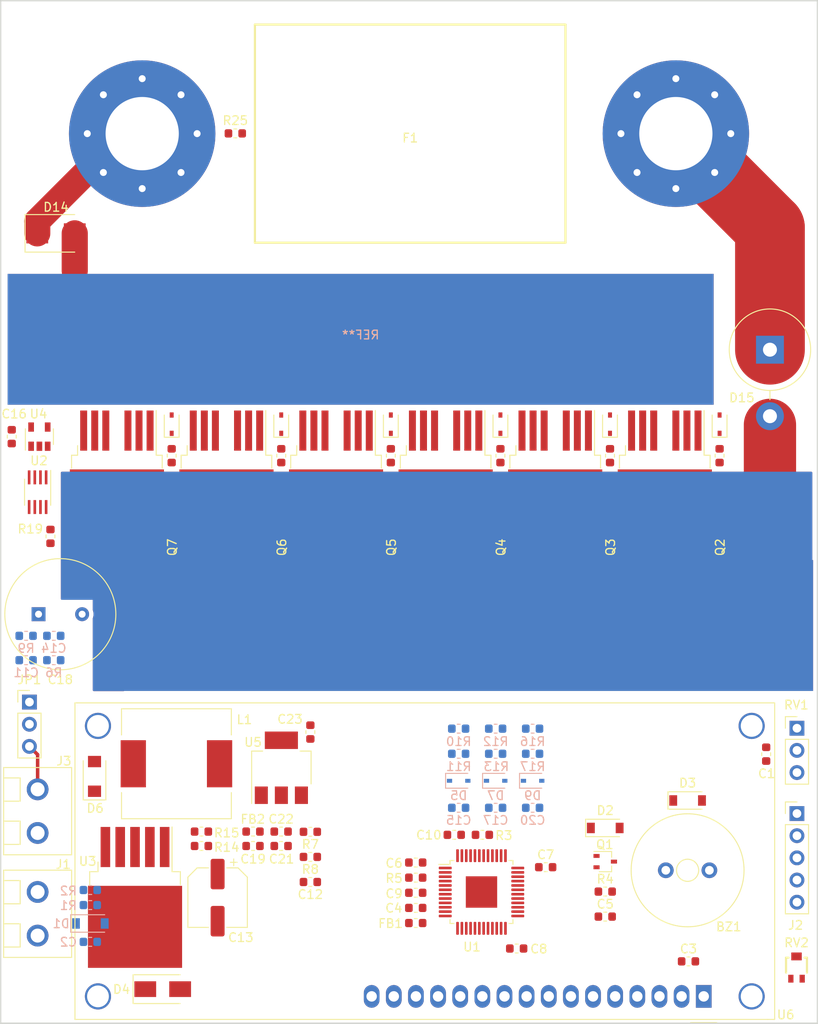
<source format=kicad_pcb>
(kicad_pcb (version 20171130) (host pcbnew "(5.1.5)-3")
  (layers (0 F.Cu signal) (31 B.Cu signal) (34 B.Paste user) (35 F.Paste user hide) (36 B.SilkS user) (37 F.SilkS user) (38 B.Mask user) (39 F.Mask user) (44 Edge.Cuts user))
  (net 0 "")
  (net 1 "Net-(BZ1-Pad2)")
  (net 2 +3V3)
  (net 3 /DIAL)
  (net 4 /TRIGGER)
  (net 5 /VDDA)
  (net 6 /BUZZER)
  (net 7 "Net-(C5-Pad1)")
  (net 8 /NRST)
  (net 9 "Net-(C11-Pad2)")
  (net 10 "Net-(C11-Pad1)")
  (net 11 /+10VS)
  (net 12 "Net-(C13-Pad1)")
  (net 13 /VBAT+S)
  (net 14 /OUT+S)
  (net 15 "Net-(C18-Pad1)")
  (net 16 /OUT-S)
  (net 17 +10V)
  (net 18 VIN+)
  (net 19 "Net-(D6-Pad2)")
  (net 20 "Net-(D8-Pad1)")
  (net 21 "Net-(D10-Pad1)")
  (net 22 "Net-(D11-Pad1)")
  (net 23 "Net-(D12-Pad1)")
  (net 24 "Net-(D13-Pad1)")
  (net 25 VBAT+)
  (net 26 OUT-)
  (net 27 OUT+)
  (net 28 "Net-(D16-Pad1)")
  (net 29 "Net-(J1-Pad1)")
  (net 30 /SWDIO)
  (net 31 /SWDCLK)
  (net 32 VEXT+)
  (net 33 VBAT-)
  (net 34 "Net-(R3-Pad2)")
  (net 35 /SW_OFF)
  (net 36 "Net-(R14-Pad1)")
  (net 37 "Net-(R18-Pad1)")
  (net 38 "Net-(RV2-Pad2)")
  (net 39 /SW_ON)
  (net 40 /LED_RS)
  (net 41 "Net-(U1-Pad40)")
  (net 42 "Net-(U1-Pad39)")
  (net 43 "Net-(U1-Pad38)")
  (net 44 /LED_D7)
  (net 45 /LED_D6)
  (net 46 /LED_D5)
  (net 47 /LED_D4)
  (net 48 /LED_D3)
  (net 49 "Net-(U1-Pad28)")
  (net 50 "Net-(U1-Pad27)")
  (net 51 "Net-(U1-Pad26)")
  (net 52 "Net-(U1-Pad25)")
  (net 53 "Net-(U1-Pad22)")
  (net 54 "Net-(U1-Pad21)")
  (net 55 "Net-(U1-Pad20)")
  (net 56 /LED_RW)
  (net 57 /LED_E)
  (net 58 /LED_D2)
  (net 59 /LED_D1)
  (net 60 /LED_D0)
  (net 61 "Net-(U1-Pad6)")
  (net 62 "Net-(U1-Pad5)")
  (net 63 "Net-(U1-Pad4)")
  (net 64 "Net-(U1-Pad3)")
  (net 65 "Net-(U1-Pad2)")
  (net 66 "Net-(U2-Pad5)")
  (net 67 "Net-(U4-Pad3)")
  (module spot_welder:BUS_BAR_BOTTOM (layer B.Cu) (at 99.2254 122.4154)
    (fp_text reference REF** hide)
    (fp_text value BUS_BAR_BOTTOM)
    (pad 1 smd rect (at 2.5 0) (size 79.5 15) (layers B.Cu B.Paste B.Mask) (net 26 OUT-))
  )
  (module spot_welder:BUS_BAR_TOP (layer B.Cu) (at 89.5604 89.6112)
    (fp_text reference REF** (at 0 -0.5) (layer B.SilkS) (effects (justify mirror)))
    (fp_text value BUS_BAR)
    (pad 1 smd rect (at 0 0) (size 81 15) (layers B.Cu B.Paste B.Mask) (net 33 VBAT-))
  )
  (module spot_welder:RC1602A (layer F.Cu) (at 128.9264 164.9222 180)
    (fp_text reference U6 (at -9.402 -2.1082) (layer F.SilkS))
    (fp_text value RC1602A)
    (pad "" thru_hole circle (at 69.5 0 180) (size 3 3) (drill 2.5) (layers *.Cu *.Mask))
    (pad 15 thru_hole oval (at 35.56 0 180) (size 1.8 2.6) (drill 1.2) (layers *.Cu *.Mask) (net 33 VBAT-))
    (pad 11 thru_hole oval (at 25.4 0 180) (size 1.8 2.6) (drill 1.2) (layers *.Cu *.Mask) (net 47 /LED_D4))
    (pad 10 thru_hole oval (at 22.86 0 180) (size 1.8 2.6) (drill 1.2) (layers *.Cu *.Mask) (net 48 /LED_D3))
    (pad 4 thru_hole oval (at 7.62 0 180) (size 1.8 2.6) (drill 1.2) (layers *.Cu *.Mask) (net 57 /LED_E))
    (pad 1 thru_hole rect (at 0 0 180) (size 1.8 2.6) (drill 1.2) (layers *.Cu *.Mask) (net 33 VBAT-))
    (pad 14 thru_hole oval (at 33.02 0 180) (size 1.8 2.6) (drill 1.2) (layers *.Cu *.Mask) (net 44 /LED_D7))
    (pad 7 thru_hole oval (at 15.24 0 180) (size 1.8 2.6) (drill 1.2) (layers *.Cu *.Mask) (net 60 /LED_D0))
    (pad "" thru_hole circle (at 69.49948 31.0007 180) (size 3 3) (drill 2.5) (layers *.Cu *.Mask))
    (pad "" thru_hole circle (at -5.4991 0 180) (size 3 3) (drill 2.5) (layers *.Cu *.Mask))
    (pad 6 thru_hole oval (at 12.7 0 180) (size 1.8 2.6) (drill 1.2) (layers *.Cu *.Mask) (net 40 /LED_RS))
    (pad 12 thru_hole oval (at 27.94 0 180) (size 1.8 2.6) (drill 1.2) (layers *.Cu *.Mask) (net 46 /LED_D5))
    (pad 13 thru_hole oval (at 30.48 0 180) (size 1.8 2.6) (drill 1.2) (layers *.Cu *.Mask) (net 45 /LED_D6))
    (pad 3 thru_hole oval (at 5.08 0 180) (size 1.8 2.6) (drill 1.2) (layers *.Cu *.Mask) (net 38 "Net-(RV2-Pad2)"))
    (pad 2 thru_hole oval (at 2.54 0 180) (size 1.8 2.6) (drill 1.2) (layers *.Cu *.Mask) (net 2 +3V3))
    (pad 9 thru_hole oval (at 20.32 0 180) (size 1.8 2.6) (drill 1.2) (layers *.Cu *.Mask) (net 58 /LED_D2))
    (pad 8 thru_hole oval (at 17.78 0 180) (size 1.8 2.6) (drill 1.2) (layers *.Cu *.Mask) (net 59 /LED_D1))
    (pad 16 thru_hole oval (at 38.1 0 180) (size 1.8 2.6) (drill 1.2) (layers *.Cu *.Mask) (net 2 +3V3))
    (pad "" thru_hole circle (at -5.4991 31.0007 180) (size 3 3) (drill 2.5) (layers *.Cu *.Mask))
    (pad 5 thru_hole oval (at 10.16 0 180) (size 1.8 2.6) (drill 1.2) (layers *.Cu *.Mask) (net 56 /LED_RW))
  )
  (module Package_QFP:LQFP-48-1EP_7x7mm_P0.5mm_EP3.6x3.6mm (layer F.Cu) (at 103.4288 152.9588)
    (fp_text reference U1 (at -1.0922 6.2992) (layer F.SilkS))
    (fp_text value STM32F103C8Tx)
    (pad 49 smd rect (at 0 0) (size 3.6 3.6) (layers F.Cu F.Mask))
    (pad 48 smd roundrect (at -2.75 -4.1625) (size 0.3 1.475) (layers F.Cu F.Paste F.Mask) (net 2 +3V3))
    (pad 47 smd roundrect (at -2.25 -4.1625) (size 0.3 1.475) (layers F.Cu F.Paste F.Mask) (net 33 VBAT-))
    (pad 46 smd roundrect (at -1.75 -4.1625) (size 0.3 1.475) (layers F.Cu F.Paste F.Mask) (net 6 /BUZZER))
    (pad 45 smd roundrect (at -1.25 -4.1625) (size 0.3 1.475) (layers F.Cu F.Paste F.Mask) (net 4 /TRIGGER))
    (pad 44 smd roundrect (at -0.75 -4.1625) (size 0.3 1.475) (layers F.Cu F.Paste F.Mask) (net 34 "Net-(R3-Pad2)"))
    (pad 43 smd roundrect (at -0.25 -4.1625) (size 0.3 1.475) (layers F.Cu F.Paste F.Mask) (net 39 /SW_ON))
    (pad 42 smd roundrect (at 0.25 -4.1625) (size 0.3 1.475) (layers F.Cu F.Paste F.Mask) (net 35 /SW_OFF))
    (pad 41 smd roundrect (at 0.75 -4.1625) (size 0.3 1.475) (layers F.Cu F.Paste F.Mask) (net 40 /LED_RS))
    (pad 40 smd roundrect (at 1.25 -4.1625) (size 0.3 1.475) (layers F.Cu F.Paste F.Mask) (net 41 "Net-(U1-Pad40)"))
    (pad 39 smd roundrect (at 1.75 -4.1625) (size 0.3 1.475) (layers F.Cu F.Paste F.Mask) (net 42 "Net-(U1-Pad39)"))
    (pad 38 smd roundrect (at 2.25 -4.1625) (size 0.3 1.475) (layers F.Cu F.Paste F.Mask) (net 43 "Net-(U1-Pad38)"))
    (pad 37 smd roundrect (at 2.75 -4.1625) (size 0.3 1.475) (layers F.Cu F.Paste F.Mask) (net 31 /SWDCLK))
    (pad 36 smd roundrect (at 4.1625 -2.75) (size 1.475 0.3) (layers F.Cu F.Paste F.Mask) (net 2 +3V3))
    (pad 35 smd roundrect (at 4.1625 -2.25) (size 1.475 0.3) (layers F.Cu F.Paste F.Mask) (net 33 VBAT-))
    (pad 34 smd roundrect (at 4.1625 -1.75) (size 1.475 0.3) (layers F.Cu F.Paste F.Mask) (net 30 /SWDIO))
    (pad 33 smd roundrect (at 4.1625 -1.25) (size 1.475 0.3) (layers F.Cu F.Paste F.Mask) (net 44 /LED_D7))
    (pad 32 smd roundrect (at 4.1625 -0.75) (size 1.475 0.3) (layers F.Cu F.Paste F.Mask) (net 45 /LED_D6))
    (pad 31 smd roundrect (at 4.1625 -0.25) (size 1.475 0.3) (layers F.Cu F.Paste F.Mask) (net 46 /LED_D5))
    (pad 30 smd roundrect (at 4.1625 0.25) (size 1.475 0.3) (layers F.Cu F.Paste F.Mask) (net 47 /LED_D4))
    (pad 29 smd roundrect (at 4.1625 0.75) (size 1.475 0.3) (layers F.Cu F.Paste F.Mask) (net 48 /LED_D3))
    (pad 28 smd roundrect (at 4.1625 1.25) (size 1.475 0.3) (layers F.Cu F.Paste F.Mask) (net 49 "Net-(U1-Pad28)"))
    (pad 27 smd roundrect (at 4.1625 1.75) (size 1.475 0.3) (layers F.Cu F.Paste F.Mask) (net 50 "Net-(U1-Pad27)"))
    (pad 26 smd roundrect (at 4.1625 2.25) (size 1.475 0.3) (layers F.Cu F.Paste F.Mask) (net 51 "Net-(U1-Pad26)"))
    (pad 25 smd roundrect (at 4.1625 2.75) (size 1.475 0.3) (layers F.Cu F.Paste F.Mask) (net 52 "Net-(U1-Pad25)"))
    (pad 24 smd roundrect (at 2.75 4.1625) (size 0.3 1.475) (layers F.Cu F.Paste F.Mask) (net 2 +3V3))
    (pad 23 smd roundrect (at 2.25 4.1625) (size 0.3 1.475) (layers F.Cu F.Paste F.Mask) (net 33 VBAT-))
    (pad 22 smd roundrect (at 1.75 4.1625) (size 0.3 1.475) (layers F.Cu F.Paste F.Mask) (net 53 "Net-(U1-Pad22)"))
    (pad 21 smd roundrect (at 1.25 4.1625) (size 0.3 1.475) (layers F.Cu F.Paste F.Mask) (net 54 "Net-(U1-Pad21)"))
    (pad 20 smd roundrect (at 0.75 4.1625) (size 0.3 1.475) (layers F.Cu F.Paste F.Mask) (net 55 "Net-(U1-Pad20)"))
    (pad 19 smd roundrect (at 0.25 4.1625) (size 0.3 1.475) (layers F.Cu F.Paste F.Mask) (net 56 /LED_RW))
    (pad 18 smd roundrect (at -0.25 4.1625) (size 0.3 1.475) (layers F.Cu F.Paste F.Mask) (net 57 /LED_E))
    (pad 17 smd roundrect (at -0.75 4.1625) (size 0.3 1.475) (layers F.Cu F.Paste F.Mask) (net 58 /LED_D2))
    (pad 16 smd roundrect (at -1.25 4.1625) (size 0.3 1.475) (layers F.Cu F.Paste F.Mask) (net 59 /LED_D1))
    (pad 15 smd roundrect (at -1.75 4.1625) (size 0.3 1.475) (layers F.Cu F.Paste F.Mask) (net 60 /LED_D0))
    (pad 14 smd roundrect (at -2.25 4.1625) (size 0.3 1.475) (layers F.Cu F.Paste F.Mask) (net 3 /DIAL))
    (pad 13 smd roundrect (at -2.75 4.1625) (size 0.3 1.475) (layers F.Cu F.Paste F.Mask) (net 11 /+10VS))
    (pad 12 smd roundrect (at -4.1625 2.75) (size 1.475 0.3) (layers F.Cu F.Paste F.Mask) (net 13 /VBAT+S))
    (pad 11 smd roundrect (at -4.1625 2.25) (size 1.475 0.3) (layers F.Cu F.Paste F.Mask) (net 14 /OUT+S))
    (pad 10 smd roundrect (at -4.1625 1.75) (size 1.475 0.3) (layers F.Cu F.Paste F.Mask) (net 16 /OUT-S))
    (pad 9 smd roundrect (at -4.1625 1.25) (size 1.475 0.3) (layers F.Cu F.Paste F.Mask) (net 5 /VDDA))
    (pad 8 smd roundrect (at -4.1625 0.75) (size 1.475 0.3) (layers F.Cu F.Paste F.Mask) (net 33 VBAT-))
    (pad 7 smd roundrect (at -4.1625 0.25) (size 1.475 0.3) (layers F.Cu F.Paste F.Mask) (net 8 /NRST))
    (pad 6 smd roundrect (at -4.1625 -0.25) (size 1.475 0.3) (layers F.Cu F.Paste F.Mask) (net 61 "Net-(U1-Pad6)"))
    (pad 5 smd roundrect (at -4.1625 -0.75) (size 1.475 0.3) (layers F.Cu F.Paste F.Mask) (net 62 "Net-(U1-Pad5)"))
    (pad 4 smd roundrect (at -4.1625 -1.25) (size 1.475 0.3) (layers F.Cu F.Paste F.Mask) (net 63 "Net-(U1-Pad4)"))
    (pad 3 smd roundrect (at -4.1625 -1.75) (size 1.475 0.3) (layers F.Cu F.Paste F.Mask) (net 64 "Net-(U1-Pad3)"))
    (pad 2 smd roundrect (at -4.1625 -2.25) (size 1.475 0.3) (layers F.Cu F.Paste F.Mask) (net 65 "Net-(U1-Pad2)"))
    (pad 1 smd roundrect (at -4.1625 -2.75) (size 1.475 0.3) (layers F.Cu F.Paste F.Mask) (net 2 +3V3))
  )
  (module MountingHole:MountingHole_2.2mm_M2 (layer F.Cu) (at 52.0192 164.0332)
    (fp_text reference REF** hide)
    (fp_text value MountingHole_2.2mm_M2)
    (pad 1 np_thru_hole circle (at 0 0) (size 2.2 2.2) (drill 2.2) (layers *.Cu *.Mask))
  )
  (module MountingHole:MountingHole_2.2mm_M2 (layer F.Cu) (at 52.0192 54.3052)
    (fp_text reference REF** hide)
    (fp_text value MountingHole_2.2mm_M2)
    (pad 1 np_thru_hole circle (at 0 0) (size 2.2 2.2) (drill 2.2) (layers *.Cu *.Mask))
  )
  (module MountingHole:MountingHole_2.2mm_M2 (layer F.Cu) (at 138.4046 54.3052)
    (fp_text reference REF** hide)
    (fp_text value MountingHole_2.2mm_M2)
    (pad 1 np_thru_hole circle (at 0 0) (size 2.2 2.2) (drill 2.2) (layers *.Cu *.Mask))
  )
  (module Resistor_SMD:R_0603_1608Metric (layer F.Cu) (at 93.0275 102.951 90)
    (fp_text reference R22 hide)
    (fp_text value 220)
    (pad 2 smd roundrect (at 0.7875 0 90) (size 0.875 0.95) (layers F.Cu F.Paste F.Mask) (net 23 "Net-(D12-Pad1)"))
    (pad 1 smd roundrect (at -0.7875 0 90) (size 0.875 0.95) (layers F.Cu F.Paste F.Mask) (net 37 "Net-(R18-Pad1)"))
  )
  (module Resistor_SMD:R_0603_1608Metric (layer F.Cu) (at 67.8815 102.951 90)
    (fp_text reference R24 hide)
    (fp_text value 220)
    (pad 2 smd roundrect (at 0.7875 0 90) (size 0.875 0.95) (layers F.Cu F.Paste F.Mask) (net 28 "Net-(D16-Pad1)"))
    (pad 1 smd roundrect (at -0.7875 0 90) (size 0.875 0.95) (layers F.Cu F.Paste F.Mask) (net 37 "Net-(R18-Pad1)"))
  )
  (module Resistor_SMD:R_0603_1608Metric (layer F.Cu) (at 118.1735 102.951 90)
    (fp_text reference R20 hide)
    (fp_text value 220)
    (pad 2 smd roundrect (at 0.7875 0 90) (size 0.875 0.95) (layers F.Cu F.Paste F.Mask) (net 21 "Net-(D10-Pad1)"))
    (pad 1 smd roundrect (at -0.7875 0 90) (size 0.875 0.95) (layers F.Cu F.Paste F.Mask) (net 37 "Net-(R18-Pad1)"))
  )
  (module Diode_SMD:D_SOD-323 (layer F.Cu) (at 105.6005 99.341 90)
    (fp_text reference D11 hide)
    (fp_text value MM3Z18VCW)
    (pad 2 smd rect (at 1.05 0 90) (size 0.6 0.45) (layers F.Cu F.Paste F.Mask) (net 33 VBAT-))
    (pad 1 smd rect (at -1.05 0 90) (size 0.6 0.45) (layers F.Cu F.Paste F.Mask) (net 22 "Net-(D11-Pad1)"))
  )
  (module Package_TO_SOT_SMD:TO-263-6 (layer F.Cu) (at 124.46 105.85 270)
    (fp_text reference Q2 (at 7.5992 -6.35 270) (layer F.SilkS))
    (fp_text value HY4903B6)
    (pad 4 smd rect (at 3.375 0 270) (size 9.4 10.8) (layers F.Cu F.Mask) (net 26 OUT-))
    (pad 7 smd rect (at -5.775 3.81 270) (size 4.6 0.8) (layers F.Cu F.Paste F.Mask) (net 33 VBAT-))
    (pad 6 smd rect (at -5.775 2.54 270) (size 4.6 0.8) (layers F.Cu F.Paste F.Mask) (net 33 VBAT-))
    (pad 5 smd rect (at -5.775 1.27 270) (size 4.6 0.8) (layers F.Cu F.Paste F.Mask) (net 33 VBAT-))
    (pad 3 smd rect (at -5.775 -1.27 270) (size 4.6 0.8) (layers F.Cu F.Paste F.Mask) (net 33 VBAT-))
    (pad 2 smd rect (at -5.775 -2.54 270) (size 4.6 0.8) (layers F.Cu F.Paste F.Mask) (net 33 VBAT-))
    (pad 1 smd rect (at -5.775 -3.81 270) (size 4.6 0.8) (layers F.Cu F.Paste F.Mask) (net 20 "Net-(D8-Pad1)"))
  )
  (module Resistor_SMD:R_0603_1608Metric (layer F.Cu) (at 80.4545 102.951 90)
    (fp_text reference R23 hide)
    (fp_text value 220)
    (pad 2 smd roundrect (at 0.7875 0 90) (size 0.875 0.95) (layers F.Cu F.Paste F.Mask) (net 24 "Net-(D13-Pad1)"))
    (pad 1 smd roundrect (at -0.7875 0 90) (size 0.875 0.95) (layers F.Cu F.Paste F.Mask) (net 37 "Net-(R18-Pad1)"))
  )
  (module Resistor_SMD:R_0603_1608Metric (layer F.Cu) (at 130.7465 102.951 90)
    (fp_text reference R18 hide)
    (fp_text value 220)
    (pad 2 smd roundrect (at 0.7875 0 90) (size 0.875 0.95) (layers F.Cu F.Paste F.Mask) (net 20 "Net-(D8-Pad1)"))
    (pad 1 smd roundrect (at -0.7875 0 90) (size 0.875 0.95) (layers F.Cu F.Paste F.Mask) (net 37 "Net-(R18-Pad1)"))
  )
  (module Package_TO_SOT_SMD:TO-263-6 (layer F.Cu) (at 61.595 105.85 270)
    (fp_text reference Q7 (at 7.5992 -6.35 90) (layer F.SilkS))
    (fp_text value HY4903B6)
    (pad 4 smd rect (at 3.375 0 270) (size 9.4 10.8) (layers F.Cu F.Mask) (net 26 OUT-))
    (pad 7 smd rect (at -5.775 3.81 270) (size 4.6 0.8) (layers F.Cu F.Paste F.Mask) (net 33 VBAT-))
    (pad 6 smd rect (at -5.775 2.54 270) (size 4.6 0.8) (layers F.Cu F.Paste F.Mask) (net 33 VBAT-))
    (pad 5 smd rect (at -5.775 1.27 270) (size 4.6 0.8) (layers F.Cu F.Paste F.Mask) (net 33 VBAT-))
    (pad 3 smd rect (at -5.775 -1.27 270) (size 4.6 0.8) (layers F.Cu F.Paste F.Mask) (net 33 VBAT-))
    (pad 2 smd rect (at -5.775 -2.54 270) (size 4.6 0.8) (layers F.Cu F.Paste F.Mask) (net 33 VBAT-))
    (pad 1 smd rect (at -5.775 -3.81 270) (size 4.6 0.8) (layers F.Cu F.Paste F.Mask) (net 28 "Net-(D16-Pad1)"))
  )
  (module Package_TO_SOT_SMD:TO-263-6 (layer F.Cu) (at 74.168 105.85 270)
    (fp_text reference Q6 (at 7.5992 -6.35 270) (layer F.SilkS))
    (fp_text value HY4903B6)
    (pad 4 smd rect (at 3.375 0 270) (size 9.4 10.8) (layers F.Cu F.Mask) (net 26 OUT-))
    (pad 7 smd rect (at -5.775 3.81 270) (size 4.6 0.8) (layers F.Cu F.Paste F.Mask) (net 33 VBAT-))
    (pad 6 smd rect (at -5.775 2.54 270) (size 4.6 0.8) (layers F.Cu F.Paste F.Mask) (net 33 VBAT-))
    (pad 5 smd rect (at -5.775 1.27 270) (size 4.6 0.8) (layers F.Cu F.Paste F.Mask) (net 33 VBAT-))
    (pad 3 smd rect (at -5.775 -1.27 270) (size 4.6 0.8) (layers F.Cu F.Paste F.Mask) (net 33 VBAT-))
    (pad 2 smd rect (at -5.775 -2.54 270) (size 4.6 0.8) (layers F.Cu F.Paste F.Mask) (net 33 VBAT-))
    (pad 1 smd rect (at -5.775 -3.81 270) (size 4.6 0.8) (layers F.Cu F.Paste F.Mask) (net 24 "Net-(D13-Pad1)"))
  )
  (module Resistor_SMD:R_0603_1608Metric (layer F.Cu) (at 105.6005 102.951 90)
    (fp_text reference R21 hide)
    (fp_text value 220)
    (pad 2 smd roundrect (at 0.7875 0 90) (size 0.875 0.95) (layers F.Cu F.Paste F.Mask) (net 22 "Net-(D11-Pad1)"))
    (pad 1 smd roundrect (at -0.7875 0 90) (size 0.875 0.95) (layers F.Cu F.Paste F.Mask) (net 37 "Net-(R18-Pad1)"))
  )
  (module Resistor_SMD:R_0603_1608Metric (layer F.Cu) (at 53.975 112.2 270)
    (fp_text reference R19 (at -0.8464 2.3114 180) (layer F.SilkS))
    (fp_text value 22k)
    (pad 2 smd roundrect (at 0.7875 0 270) (size 0.875 0.95) (layers F.Cu F.Paste F.Mask) (net 26 OUT-))
    (pad 1 smd roundrect (at -0.7875 0 270) (size 0.875 0.95) (layers F.Cu F.Paste F.Mask) (net 33 VBAT-))
  )
  (module Package_TO_SOT_SMD:TO-263-6 (layer F.Cu) (at 86.741 105.85 270)
    (fp_text reference Q5 (at 7.5992 -6.35 270) (layer F.SilkS))
    (fp_text value HY4903B6)
    (pad 4 smd rect (at 3.375 0 270) (size 9.4 10.8) (layers F.Cu F.Mask) (net 26 OUT-))
    (pad 7 smd rect (at -5.775 3.81 270) (size 4.6 0.8) (layers F.Cu F.Paste F.Mask) (net 33 VBAT-))
    (pad 6 smd rect (at -5.775 2.54 270) (size 4.6 0.8) (layers F.Cu F.Paste F.Mask) (net 33 VBAT-))
    (pad 5 smd rect (at -5.775 1.27 270) (size 4.6 0.8) (layers F.Cu F.Paste F.Mask) (net 33 VBAT-))
    (pad 3 smd rect (at -5.775 -1.27 270) (size 4.6 0.8) (layers F.Cu F.Paste F.Mask) (net 33 VBAT-))
    (pad 2 smd rect (at -5.775 -2.54 270) (size 4.6 0.8) (layers F.Cu F.Paste F.Mask) (net 33 VBAT-))
    (pad 1 smd rect (at -5.775 -3.81 270) (size 4.6 0.8) (layers F.Cu F.Paste F.Mask) (net 23 "Net-(D12-Pad1)"))
  )
  (module Package_TO_SOT_SMD:TO-263-6 (layer F.Cu) (at 99.314 105.85 270)
    (fp_text reference Q4 (at 7.5992 -6.35 270) (layer F.SilkS))
    (fp_text value HY4903B6)
    (pad 4 smd rect (at 3.375 0 270) (size 9.4 10.8) (layers F.Cu F.Mask) (net 26 OUT-))
    (pad 7 smd rect (at -5.775 3.81 270) (size 4.6 0.8) (layers F.Cu F.Paste F.Mask) (net 33 VBAT-))
    (pad 6 smd rect (at -5.775 2.54 270) (size 4.6 0.8) (layers F.Cu F.Paste F.Mask) (net 33 VBAT-))
    (pad 5 smd rect (at -5.775 1.27 270) (size 4.6 0.8) (layers F.Cu F.Paste F.Mask) (net 33 VBAT-))
    (pad 3 smd rect (at -5.775 -1.27 270) (size 4.6 0.8) (layers F.Cu F.Paste F.Mask) (net 33 VBAT-))
    (pad 2 smd rect (at -5.775 -2.54 270) (size 4.6 0.8) (layers F.Cu F.Paste F.Mask) (net 33 VBAT-))
    (pad 1 smd rect (at -5.775 -3.81 270) (size 4.6 0.8) (layers F.Cu F.Paste F.Mask) (net 22 "Net-(D11-Pad1)"))
  )
  (module Package_TO_SOT_SMD:TO-263-6 (layer F.Cu) (at 111.887 105.85 270)
    (fp_text reference Q3 (at 7.5992 -6.35 270) (layer F.SilkS))
    (fp_text value HY4903B6)
    (pad 4 smd rect (at 3.375 0 270) (size 9.4 10.8) (layers F.Cu F.Mask) (net 26 OUT-))
    (pad 7 smd rect (at -5.775 3.81 270) (size 4.6 0.8) (layers F.Cu F.Paste F.Mask) (net 33 VBAT-))
    (pad 6 smd rect (at -5.775 2.54 270) (size 4.6 0.8) (layers F.Cu F.Paste F.Mask) (net 33 VBAT-))
    (pad 5 smd rect (at -5.775 1.27 270) (size 4.6 0.8) (layers F.Cu F.Paste F.Mask) (net 33 VBAT-))
    (pad 3 smd rect (at -5.775 -1.27 270) (size 4.6 0.8) (layers F.Cu F.Paste F.Mask) (net 33 VBAT-))
    (pad 2 smd rect (at -5.775 -2.54 270) (size 4.6 0.8) (layers F.Cu F.Paste F.Mask) (net 33 VBAT-))
    (pad 1 smd rect (at -5.775 -3.81 270) (size 4.6 0.8) (layers F.Cu F.Paste F.Mask) (net 21 "Net-(D10-Pad1)"))
  )
  (module Diode_SMD:D_SOD-323 (layer F.Cu) (at 67.8815 99.341 90)
    (fp_text reference D16 hide)
    (fp_text value MM3Z18VCW)
    (pad 2 smd rect (at 1.05 0 90) (size 0.6 0.45) (layers F.Cu F.Paste F.Mask) (net 33 VBAT-))
    (pad 1 smd rect (at -1.05 0 90) (size 0.6 0.45) (layers F.Cu F.Paste F.Mask) (net 28 "Net-(D16-Pad1)"))
  )
  (module Diode_SMD:D_SOD-323 (layer F.Cu) (at 80.4545 99.341 90)
    (fp_text reference D13 hide)
    (fp_text value MM3Z18VCW)
    (pad 2 smd rect (at 1.05 0 90) (size 0.6 0.45) (layers F.Cu F.Paste F.Mask) (net 33 VBAT-))
    (pad 1 smd rect (at -1.05 0 90) (size 0.6 0.45) (layers F.Cu F.Paste F.Mask) (net 24 "Net-(D13-Pad1)"))
  )
  (module Diode_SMD:D_SOD-323 (layer F.Cu) (at 93.0275 99.341 90)
    (fp_text reference D12 hide)
    (fp_text value MM3Z18VCW)
    (pad 2 smd rect (at 1.05 0 90) (size 0.6 0.45) (layers F.Cu F.Paste F.Mask) (net 33 VBAT-))
    (pad 1 smd rect (at -1.05 0 90) (size 0.6 0.45) (layers F.Cu F.Paste F.Mask) (net 23 "Net-(D12-Pad1)"))
  )
  (module Diode_SMD:D_SOD-323 (layer F.Cu) (at 118.1735 99.341 90)
    (fp_text reference D10 hide)
    (fp_text value MM3Z18VCW)
    (pad 2 smd rect (at 1.05 0 90) (size 0.6 0.45) (layers F.Cu F.Paste F.Mask) (net 33 VBAT-))
    (pad 1 smd rect (at -1.05 0 90) (size 0.6 0.45) (layers F.Cu F.Paste F.Mask) (net 21 "Net-(D10-Pad1)"))
  )
  (module Diode_SMD:D_SOD-323 (layer F.Cu) (at 130.7465 99.341 90)
    (fp_text reference D8 hide)
    (fp_text value MM3Z18VCW)
    (pad 2 smd rect (at 1.05 0 90) (size 0.6 0.45) (layers F.Cu F.Paste F.Mask) (net 33 VBAT-))
    (pad 1 smd rect (at -1.05 0 90) (size 0.6 0.45) (layers F.Cu F.Paste F.Mask) (net 20 "Net-(D8-Pad1)"))
  )
  (module Capacitor_SMD:C_0603_1608Metric (layer F.Cu) (at 49.53 100.77 270)
    (fp_text reference C16 (at -2.599 -0.2794) (layer F.SilkS))
    (fp_text value 0.1uF)
    (pad 1 smd roundrect (at -0.7875 0 270) (size 0.875 0.95) (layers F.Cu F.Paste F.Mask) (net 2 +3V3))
    (pad 2 smd roundrect (at 0.7875 0 270) (size 0.875 0.95) (layers F.Cu F.Paste F.Mask) (net 33 VBAT-))
  )
  (module spot_welder:BUS_BAR_BOTTOM (layer F.Cu) (at 99.2254 122.4154)
    (fp_text reference REF** hide)
    (fp_text value BUS_BAR_BOTTOM)
    (pad 1 smd rect (at 2.5 0) (size 79.5 15) (layers F.Cu F.Paste F.Mask) (net 26 OUT-))
  )
  (module Capacitor_THT:C_Radial_D12.5mm_H20.0mm_P5.00mm (layer F.Cu) (at 57.6072 121.12 180)
    (fp_text reference C18 (at 2.5 -7.5) (layer F.SilkS))
    (fp_text value "16V 2200uF")
    (pad 2 thru_hole rect (at 5 0 180) (size 1.6 1.6) (drill 0.8) (layers *.Cu *.Mask) (net 33 VBAT-))
    (pad 1 thru_hole circle (at 0 0 180) (size 1.6 1.6) (drill 0.8) (layers *.Cu *.Mask) (net 15 "Net-(C18-Pad1)"))
  )
  (module Package_TO_SOT_SMD:SOT-23-5 (layer F.Cu) (at 52.705 100.77 90)
    (fp_text reference U4 (at 2.599 -0.1016 180) (layer F.SilkS))
    (fp_text value IRS44273LTRPBF)
    (pad 1 smd rect (at -1.1 -0.95 90) (size 1.06 0.65) (layers F.Cu F.Paste F.Mask) (net 66 "Net-(U2-Pad5)"))
    (pad 2 smd rect (at -1.1 0 90) (size 1.06 0.65) (layers F.Cu F.Paste F.Mask) (net 33 VBAT-))
    (pad 3 smd rect (at -1.1 0.95 90) (size 1.06 0.65) (layers F.Cu F.Paste F.Mask) (net 67 "Net-(U4-Pad3)"))
    (pad 4 smd rect (at 1.1 0.95 90) (size 1.06 0.65) (layers F.Cu F.Paste F.Mask) (net 37 "Net-(R18-Pad1)"))
    (pad 5 smd rect (at 1.1 -0.95 90) (size 1.06 0.65) (layers F.Cu F.Paste F.Mask) (net 2 +3V3))
  )
  (module Connector_PinHeader_2.54mm:PinHeader_1x03_P2.54mm_Vertical (layer F.Cu) (at 51.562 131.191)
    (fp_text reference JP1 (at 0 -2.5654) (layer F.SilkS))
    (fp_text value Power_Select)
    (pad 3 thru_hole oval (at 0 5.08) (size 1.7 1.7) (drill 1) (layers *.Cu *.Mask) (net 32 VEXT+))
    (pad 2 thru_hole oval (at 0 2.54) (size 1.7 1.7) (drill 1) (layers *.Cu *.Mask) (net 18 VIN+))
    (pad 1 thru_hole rect (at 0 0) (size 1.7 1.7) (drill 1) (layers *.Cu *.Mask) (net 25 VBAT+))
  )
  (module Connector_PinHeader_2.54mm:PinHeader_1x05_P2.54mm_Vertical (layer F.Cu) (at 139.6238 143.9672)
    (fp_text reference J2 (at -0.1524 12.8016) (layer F.SilkS))
    (fp_text value Conn_SWD)
    (pad 5 thru_hole oval (at 0 10.16) (size 1.7 1.7) (drill 1) (layers *.Cu *.Mask) (net 8 /NRST))
    (pad 4 thru_hole oval (at 0 7.62) (size 1.7 1.7) (drill 1) (layers *.Cu *.Mask) (net 30 /SWDIO))
    (pad 3 thru_hole oval (at 0 5.08) (size 1.7 1.7) (drill 1) (layers *.Cu *.Mask) (net 33 VBAT-))
    (pad 2 thru_hole oval (at 0 2.54) (size 1.7 1.7) (drill 1) (layers *.Cu *.Mask) (net 31 /SWDCLK))
    (pad 1 thru_hole rect (at 0 0) (size 1.7 1.7) (drill 1) (layers *.Cu *.Mask) (net 2 +3V3))
  )
  (module Diode_SMD:D_SOD-323 (layer B.Cu) (at 109.2962 140.210866)
    (fp_text reference D9 (at 0 1.698934) (layer B.SilkS) (effects (justify mirror)))
    (fp_text value MM3Z4V7)
    (pad 2 smd rect (at 1.05 0) (size 0.6 0.45) (layers B.Cu B.Paste B.Mask) (net 33 VBAT-))
    (pad 1 smd rect (at -1.05 0) (size 0.6 0.45) (layers B.Cu B.Paste B.Mask) (net 16 /OUT-S))
  )
  (module Diode_SMD:D_SOD-323 (layer B.Cu) (at 105.0544 140.210866)
    (fp_text reference D7 (at 0 1.698934) (layer B.SilkS) (effects (justify mirror)))
    (fp_text value MM3Z4V7)
    (pad 2 smd rect (at 1.05 0) (size 0.6 0.45) (layers B.Cu B.Paste B.Mask) (net 33 VBAT-))
    (pad 1 smd rect (at -1.05 0) (size 0.6 0.45) (layers B.Cu B.Paste B.Mask) (net 14 /OUT+S))
  )
  (module spot_welder:D_SOD-123FL (layer F.Cu) (at 59.0296 139.7094 90)
    (fp_text reference D6 (at -3.6576 0.0762) (layer F.SilkS))
    (fp_text value MBR340)
    (pad 1 smd rect (at -1.7 0 90) (size 1.3 1.5) (layers F.Cu F.Paste F.Mask) (net 33 VBAT-))
    (pad 2 smd rect (at 1.7 0 90) (size 1.3 1.5) (layers F.Cu F.Paste F.Mask) (net 19 "Net-(D6-Pad2)"))
  )
  (module Diode_SMD:D_SOD-323 (layer B.Cu) (at 100.8126 140.210866)
    (fp_text reference D5 (at 0 1.698934) (layer B.SilkS) (effects (justify mirror)))
    (fp_text value MM3Z4V7)
    (pad 2 smd rect (at 1.05 0) (size 0.6 0.45) (layers B.Cu B.Paste B.Mask) (net 33 VBAT-))
    (pad 1 smd rect (at -1.05 0) (size 0.6 0.45) (layers B.Cu B.Paste B.Mask) (net 13 /VBAT+S))
  )
  (module spot_welder:BUZ-TH_BD12.5-P5.00-D0.9 (layer F.Cu) (at 127.0762 150.4696)
    (fp_text reference BZ1 (at 4.7244 6.477) (layer F.SilkS))
    (fp_text value PS1240P02BT)
    (pad 2 thru_hole circle (at 2.5 0) (size 1.8 1.8) (drill 1) (layers *.Cu *.Mask) (net 1 "Net-(BZ1-Pad2)"))
    (pad 1 thru_hole circle (at -2.5 0) (size 1.8 1.8) (drill 1) (layers *.Cu *.Mask) (net 2 +3V3))
  )
  (module Capacitor_SMD:C_0603_1608Metric (layer F.Cu) (at 136.0932 137.16 90)
    (fp_text reference C1 (at -2.2352 0.0508 180) (layer F.SilkS))
    (fp_text value 100n)
    (pad 2 smd roundrect (at 0.7875 0 90) (size 0.875 0.95) (layers F.Cu F.Paste F.Mask) (net 33 VBAT-))
    (pad 1 smd roundrect (at -0.7875 0 90) (size 0.875 0.95) (layers F.Cu F.Paste F.Mask) (net 3 /DIAL))
  )
  (module Capacitor_SMD:C_0603_1608Metric (layer B.Cu) (at 58.547 158.6738)
    (fp_text reference C2 (at -2.5146 0.0254) (layer B.SilkS) (effects (justify mirror)))
    (fp_text value 1n)
    (pad 2 smd roundrect (at 0.7875 0) (size 0.875 0.95) (layers B.Cu B.Paste B.Mask) (net 33 VBAT-))
    (pad 1 smd roundrect (at -0.7875 0) (size 0.875 0.95) (layers B.Cu B.Paste B.Mask) (net 4 /TRIGGER))
  )
  (module Capacitor_SMD:C_0603_1608Metric (layer F.Cu) (at 127.1778 160.909)
    (fp_text reference C3 (at 0 -1.43) (layer F.SilkS))
    (fp_text value "50V 1uF")
    (pad 2 smd roundrect (at 0.7875 0) (size 0.875 0.95) (layers F.Cu F.Paste F.Mask) (net 33 VBAT-))
    (pad 1 smd roundrect (at -0.7875 0) (size 0.875 0.95) (layers F.Cu F.Paste F.Mask) (net 2 +3V3))
  )
  (module Capacitor_SMD:C_0603_1608Metric (layer F.Cu) (at 95.8851 154.78125 180)
    (fp_text reference C4 (at 2.5147 -0.03175) (layer F.SilkS))
    (fp_text value "50V 1uF")
    (pad 2 smd roundrect (at 0.7875 0 180) (size 0.875 0.95) (layers F.Cu F.Paste F.Mask) (net 33 VBAT-))
    (pad 1 smd roundrect (at -0.7875 0 180) (size 0.875 0.95) (layers F.Cu F.Paste F.Mask) (net 5 /VDDA))
  )
  (module Capacitor_SMD:C_0603_1608Metric (layer F.Cu) (at 117.6275 155.7782)
    (fp_text reference C5 (at 0 -1.43) (layer F.SilkS))
    (fp_text value 10nF)
    (pad 2 smd roundrect (at 0.7875 0) (size 0.875 0.95) (layers F.Cu F.Paste F.Mask) (net 6 /BUZZER))
    (pad 1 smd roundrect (at -0.7875 0) (size 0.875 0.95) (layers F.Cu F.Paste F.Mask) (net 7 "Net-(C5-Pad1)"))
  )
  (module Capacitor_SMD:C_0603_1608Metric (layer F.Cu) (at 95.885 149.5806 180)
    (fp_text reference C6 (at 2.4892 -0.0762) (layer F.SilkS))
    (fp_text value 0.1u)
    (pad 2 smd roundrect (at 0.7875 0 180) (size 0.875 0.95) (layers F.Cu F.Paste F.Mask) (net 33 VBAT-))
    (pad 1 smd roundrect (at -0.7875 0 180) (size 0.875 0.95) (layers F.Cu F.Paste F.Mask) (net 2 +3V3))
  )
  (module Capacitor_SMD:C_0603_1608Metric (layer F.Cu) (at 110.7948 150.114)
    (fp_text reference C7 (at 0 -1.43) (layer F.SilkS))
    (fp_text value 0.1u)
    (pad 2 smd roundrect (at 0.7875 0) (size 0.875 0.95) (layers F.Cu F.Paste F.Mask) (net 33 VBAT-))
    (pad 1 smd roundrect (at -0.7875 0) (size 0.875 0.95) (layers F.Cu F.Paste F.Mask) (net 2 +3V3))
  )
  (module Capacitor_SMD:C_0603_1608Metric (layer F.Cu) (at 107.4674 159.4358)
    (fp_text reference C8 (at 2.54 0.0508) (layer F.SilkS))
    (fp_text value 0.1u)
    (pad 2 smd roundrect (at 0.7875 0) (size 0.875 0.95) (layers F.Cu F.Paste F.Mask) (net 33 VBAT-))
    (pad 1 smd roundrect (at -0.7875 0) (size 0.875 0.95) (layers F.Cu F.Paste F.Mask) (net 2 +3V3))
  )
  (module Capacitor_SMD:C_0603_1608Metric (layer F.Cu) (at 95.8851 153.0477 180)
    (fp_text reference C9 (at 2.4893 -0.1016) (layer F.SilkS))
    (fp_text value 0.1u)
    (pad 2 smd roundrect (at 0.7875 0 180) (size 0.875 0.95) (layers F.Cu F.Paste F.Mask) (net 33 VBAT-))
    (pad 1 smd roundrect (at -0.7875 0 180) (size 0.875 0.95) (layers F.Cu F.Paste F.Mask) (net 8 /NRST))
  )
  (module Capacitor_SMD:C_0603_1608Metric (layer F.Cu) (at 100.3046 146.4056 180)
    (fp_text reference C10 (at 2.921 -0.0254) (layer F.SilkS))
    (fp_text value 0.1u)
    (pad 2 smd roundrect (at 0.7875 0 180) (size 0.875 0.95) (layers F.Cu F.Paste F.Mask) (net 33 VBAT-))
    (pad 1 smd roundrect (at -0.7875 0 180) (size 0.875 0.95) (layers F.Cu F.Paste F.Mask) (net 2 +3V3))
  )
  (module Capacitor_SMD:C_0603_1608Metric (layer B.Cu) (at 51.1811 126.3904)
    (fp_text reference C11 (at 0 1.43) (layer B.SilkS) (effects (justify mirror)))
    (fp_text value "50V 1uF")
    (pad 2 smd roundrect (at 0.7875 0) (size 0.875 0.95) (layers B.Cu B.Paste B.Mask) (net 9 "Net-(C11-Pad2)"))
    (pad 1 smd roundrect (at -0.7875 0) (size 0.875 0.95) (layers B.Cu B.Paste B.Mask) (net 10 "Net-(C11-Pad1)"))
  )
  (module Capacitor_SMD:C_0603_1608Metric (layer F.Cu) (at 83.7946 151.811266 180)
    (fp_text reference C12 (at 0 -1.43) (layer F.SilkS))
    (fp_text value 10nF)
    (pad 2 smd roundrect (at 0.7875 0 180) (size 0.875 0.95) (layers F.Cu F.Paste F.Mask) (net 33 VBAT-))
    (pad 1 smd roundrect (at -0.7875 0 180) (size 0.875 0.95) (layers F.Cu F.Paste F.Mask) (net 11 /+10VS))
  )
  (module Capacitor_SMD:CP_Elec_6.3x7.7 (layer F.Cu) (at 73.152 153.6032 270)
    (fp_text reference C13 (at 4.572 -2.667 180) (layer F.SilkS))
    (fp_text value "35V 100uF")
    (pad 2 smd roundrect (at 2.7 0 270) (size 3.5 1.6) (layers F.Cu F.Paste F.Mask) (roundrect_rratio 0.15625) (net 33 VBAT-))
    (pad 1 smd roundrect (at -2.7 0 270) (size 3.5 1.6) (layers F.Cu F.Paste F.Mask) (roundrect_rratio 0.15625) (net 12 "Net-(C13-Pad1)"))
  )
  (module Capacitor_SMD:C_0603_1608Metric (layer B.Cu) (at 54.356 123.5964)
    (fp_text reference C14 (at 0 1.43) (layer B.SilkS) (effects (justify mirror)))
    (fp_text value 0.1uF)
    (pad 2 smd roundrect (at 0.7875 0) (size 0.875 0.95) (layers B.Cu B.Paste B.Mask) (net 33 VBAT-))
    (pad 1 smd roundrect (at -0.7875 0) (size 0.875 0.95) (layers B.Cu B.Paste B.Mask) (net 2 +3V3))
  )
  (module Capacitor_SMD:C_0603_1608Metric (layer B.Cu) (at 100.8126 143.3068)
    (fp_text reference C15 (at 0 1.43) (layer B.SilkS) (effects (justify mirror)))
    (fp_text value 1nF)
    (pad 2 smd roundrect (at 0.7875 0) (size 0.875 0.95) (layers B.Cu B.Paste B.Mask) (net 33 VBAT-))
    (pad 1 smd roundrect (at -0.7875 0) (size 0.875 0.95) (layers B.Cu B.Paste B.Mask) (net 13 /VBAT+S))
  )
  (module Capacitor_SMD:C_0603_1608Metric (layer B.Cu) (at 105.0544 143.3068)
    (fp_text reference C17 (at 0 1.43) (layer B.SilkS) (effects (justify mirror)))
    (fp_text value 1nF)
    (pad 2 smd roundrect (at 0.7875 0) (size 0.875 0.95) (layers B.Cu B.Paste B.Mask) (net 33 VBAT-))
    (pad 1 smd roundrect (at -0.7875 0) (size 0.875 0.95) (layers B.Cu B.Paste B.Mask) (net 14 /OUT+S))
  )
  (module Capacitor_SMD:C_0603_1608Metric (layer F.Cu) (at 77.216 147.685)
    (fp_text reference C19 (at 0 1.4986) (layer F.SilkS))
    (fp_text value 4.7uF)
    (pad 2 smd roundrect (at 0.7875 0) (size 0.875 0.95) (layers F.Cu F.Paste F.Mask) (net 33 VBAT-))
    (pad 1 smd roundrect (at -0.7875 0) (size 0.875 0.95) (layers F.Cu F.Paste F.Mask) (net 15 "Net-(C18-Pad1)"))
  )
  (module Capacitor_SMD:C_0603_1608Metric (layer B.Cu) (at 109.2962 143.3068)
    (fp_text reference C20 (at 0 1.43) (layer B.SilkS) (effects (justify mirror)))
    (fp_text value 100pF)
    (pad 2 smd roundrect (at 0.7875 0) (size 0.875 0.95) (layers B.Cu B.Paste B.Mask) (net 33 VBAT-))
    (pad 1 smd roundrect (at -0.7875 0) (size 0.875 0.95) (layers B.Cu B.Paste B.Mask) (net 16 /OUT-S))
  )
  (module Capacitor_SMD:C_0603_1608Metric (layer F.Cu) (at 80.4418 147.685)
    (fp_text reference C21 (at 0.0508 1.4986) (layer F.SilkS))
    (fp_text value 4.7uF)
    (pad 2 smd roundrect (at 0.7875 0) (size 0.875 0.95) (layers F.Cu F.Paste F.Mask) (net 33 VBAT-))
    (pad 1 smd roundrect (at -0.7875 0) (size 0.875 0.95) (layers F.Cu F.Paste F.Mask) (net 17 +10V))
  )
  (module Capacitor_SMD:C_0603_1608Metric (layer F.Cu) (at 80.4418 146.034)
    (fp_text reference C22 (at 0 -1.43) (layer F.SilkS))
    (fp_text value 1uF)
    (pad 2 smd roundrect (at 0.7875 0) (size 0.875 0.95) (layers F.Cu F.Paste F.Mask) (net 33 VBAT-))
    (pad 1 smd roundrect (at -0.7875 0) (size 0.875 0.95) (layers F.Cu F.Paste F.Mask) (net 17 +10V))
  )
  (module Capacitor_SMD:C_0603_1608Metric (layer F.Cu) (at 83.7946 134.6294 270)
    (fp_text reference C23 (at -1.4732 2.3368 180) (layer F.SilkS))
    (fp_text value 1uF)
    (pad 2 smd roundrect (at 0.7875 0 270) (size 0.875 0.95) (layers F.Cu F.Paste F.Mask) (net 33 VBAT-))
    (pad 1 smd roundrect (at -0.7875 0 270) (size 0.875 0.95) (layers F.Cu F.Paste F.Mask) (net 2 +3V3))
  )
  (module Diode_SMD:D_SOD-123 (layer B.Cu) (at 58.547 156.5656)
    (fp_text reference D1 (at -3.3528 0.0254) (layer B.SilkS) (effects (justify mirror)))
    (fp_text value BZT52C4V7)
    (pad 2 smd rect (at 1.65 0) (size 0.9 1.2) (layers B.Cu B.Paste B.Mask) (net 33 VBAT-))
    (pad 1 smd rect (at -1.65 0) (size 0.9 1.2) (layers B.Cu B.Paste B.Mask) (net 4 /TRIGGER))
  )
  (module Diode_SMD:D_SOD-123 (layer F.Cu) (at 117.6275 145.6182)
    (fp_text reference D2 (at 0 -2) (layer F.SilkS))
    (fp_text value 1N4148)
    (pad 2 smd rect (at 1.65 0) (size 0.9 1.2) (layers F.Cu F.Paste F.Mask) (net 33 VBAT-))
    (pad 1 smd rect (at -1.65 0) (size 0.9 1.2) (layers F.Cu F.Paste F.Mask) (net 7 "Net-(C5-Pad1)"))
  )
  (module Diode_SMD:D_SOD-123 (layer F.Cu) (at 127.0762 142.4686)
    (fp_text reference D3 (at 0 -2) (layer F.SilkS))
    (fp_text value 1N4148)
    (pad 2 smd rect (at 1.65 0) (size 0.9 1.2) (layers F.Cu F.Paste F.Mask) (net 1 "Net-(BZ1-Pad2)"))
    (pad 1 smd rect (at -1.65 0) (size 0.9 1.2) (layers F.Cu F.Paste F.Mask) (net 2 +3V3))
  )
  (module Diode_SMD:D_SMA (layer F.Cu) (at 66.8528 164.0934)
    (fp_text reference D4 (at -4.7244 0.0254) (layer F.SilkS))
    (fp_text value SS34)
    (pad 2 smd rect (at 2 0) (size 2.5 1.8) (layers F.Cu F.Paste F.Mask) (net 12 "Net-(C13-Pad1)"))
    (pad 1 smd rect (at -2 0) (size 2.5 1.8) (layers F.Cu F.Paste F.Mask) (net 18 VIN+))
  )
  (module Diode_SMD:D_SMB (layer F.Cu) (at 54.61 77.47)
    (fp_text reference D14 (at 0 -3) (layer F.SilkS))
    (fp_text value SMBJ36A)
    (pad 2 smd rect (at 2.15 0) (size 2.5 2.3) (layers F.Cu F.Paste F.Mask) (net 33 VBAT-))
    (pad 1 smd rect (at -2.15 0) (size 2.5 2.3) (layers F.Cu F.Paste F.Mask) (net 25 VBAT+))
  )
  (module Diode_THT:D_P600_R-6_P7.62mm_Vertical_AnodeUp (layer F.Cu) (at 136.525 90.805 270)
    (fp_text reference D15 (at 5.5118 3.2258 180) (layer F.SilkS))
    (fp_text value nb)
    (pad 2 thru_hole oval (at 7.62 0 270) (size 3.2 3.2) (drill 1.6) (layers *.Cu *.Mask) (net 26 OUT-))
    (pad 1 thru_hole rect (at 0 0 270) (size 3.2 3.2) (drill 1.6) (layers *.Cu *.Mask) (net 27 OUT+))
  )
  (module Inductor_SMD:L_0603_1608Metric (layer F.Cu) (at 95.8851 156.5148)
    (fp_text reference FB1 (at -2.8957 0.0508) (layer F.SilkS))
    (fp_text value "100R 400mA")
    (pad 2 smd roundrect (at 0.7875 0) (size 0.875 0.95) (layers F.Cu F.Paste F.Mask) (net 5 /VDDA))
    (pad 1 smd roundrect (at -0.7875 0) (size 0.875 0.95) (layers F.Cu F.Paste F.Mask) (net 2 +3V3))
  )
  (module Inductor_SMD:L_0603_1608Metric (layer F.Cu) (at 77.216 146.034 180)
    (fp_text reference FB2 (at 0.0254 1.4224) (layer F.SilkS))
    (fp_text value "100R 400mA")
    (pad 2 smd roundrect (at 0.7875 0 180) (size 0.875 0.95) (layers F.Cu F.Paste F.Mask) (net 15 "Net-(C18-Pad1)"))
    (pad 1 smd roundrect (at -0.7875 0 180) (size 0.875 0.95) (layers F.Cu F.Paste F.Mask) (net 17 +10V))
  )
  (module spot_welder:CONN-5.0-2P (layer F.Cu) (at 52.5018 155.4546 270)
    (fp_text reference J1 (at -5.6642 -2.9464 180) (layer F.SilkS))
    (fp_text value Trigger)
    (pad 2 thru_hole circle (at 2.5 0 270) (size 2.5 2.5) (drill 1.6) (layers *.Cu *.Mask) (net 33 VBAT-))
    (pad 1 thru_hole circle (at -2.5 0 270) (size 2.5 2.5) (drill 1.6) (layers *.Cu *.Mask) (net 29 "Net-(J1-Pad1)"))
  )
  (module spot_welder:CONN-5.0-2P (layer F.Cu) (at 52.5018 143.6944 270)
    (fp_text reference J3 (at -5.7404 -3.0226 180) (layer F.SilkS))
    (fp_text value External_Power)
    (pad 2 thru_hole circle (at 2.5 0 270) (size 2.5 2.5) (drill 1.6) (layers *.Cu *.Mask) (net 33 VBAT-))
    (pad 1 thru_hole circle (at -2.5 0 270) (size 2.5 2.5) (drill 1.6) (layers *.Cu *.Mask) (net 32 VEXT+))
  )
  (module Inductor_SMD:L_12x12mm_H8mm (layer F.Cu) (at 68.4276 138.2616)
    (fp_text reference L1 (at 7.7978 -5.0546) (layer F.SilkS))
    (fp_text value 470uH)
    (pad 2 smd rect (at 4.95 0) (size 2.9 5.4) (layers F.Cu F.Paste F.Mask) (net 15 "Net-(C18-Pad1)"))
    (pad 1 smd rect (at -4.95 0) (size 2.9 5.4) (layers F.Cu F.Paste F.Mask) (net 19 "Net-(D6-Pad2)"))
  )
  (module Package_TO_SOT_SMD:SOT-323_SC-70 (layer F.Cu) (at 117.6275 149.474866)
    (fp_text reference Q1 (at -0.05 -1.95) (layer F.SilkS))
    (fp_text value NX3020NAKW)
    (pad 3 smd rect (at 1 0 270) (size 0.45 0.7) (layers F.Cu F.Paste F.Mask) (net 33 VBAT-))
    (pad 2 smd rect (at -1 0.65 270) (size 0.45 0.7) (layers F.Cu F.Paste F.Mask) (net 7 "Net-(C5-Pad1)"))
    (pad 1 smd rect (at -1 -0.65 270) (size 0.45 0.7) (layers F.Cu F.Paste F.Mask) (net 1 "Net-(BZ1-Pad2)"))
  )
  (module Resistor_SMD:R_0603_1608Metric (layer B.Cu) (at 58.547 154.4574 180)
    (fp_text reference R1 (at 2.5146 -0.0508) (layer B.SilkS) (effects (justify mirror)))
    (fp_text value 1k)
    (pad 2 smd roundrect (at 0.7875 0 180) (size 0.875 0.95) (layers B.Cu B.Paste B.Mask) (net 29 "Net-(J1-Pad1)"))
    (pad 1 smd roundrect (at -0.7875 0 180) (size 0.875 0.95) (layers B.Cu B.Paste B.Mask) (net 4 /TRIGGER))
  )
  (module Resistor_SMD:R_0603_1608Metric (layer B.Cu) (at 58.547 152.7302)
    (fp_text reference R2 (at -2.5146 0.1016) (layer B.SilkS) (effects (justify mirror)))
    (fp_text value 100k)
    (pad 2 smd roundrect (at 0.7875 0) (size 0.875 0.95) (layers B.Cu B.Paste B.Mask) (net 4 /TRIGGER))
    (pad 1 smd roundrect (at -0.7875 0) (size 0.875 0.95) (layers B.Cu B.Paste B.Mask) (net 2 +3V3))
  )
  (module Resistor_SMD:R_0603_1608Metric (layer F.Cu) (at 103.5304 146.4056 180)
    (fp_text reference R3 (at -2.4638 -0.0762) (layer F.SilkS))
    (fp_text value 10k)
    (pad 2 smd roundrect (at 0.7875 0 180) (size 0.875 0.95) (layers F.Cu F.Paste F.Mask) (net 34 "Net-(R3-Pad2)"))
    (pad 1 smd roundrect (at -0.7875 0 180) (size 0.875 0.95) (layers F.Cu F.Paste F.Mask) (net 33 VBAT-))
  )
  (module Resistor_SMD:R_0603_1608Metric (layer F.Cu) (at 117.6275 152.911532)
    (fp_text reference R4 (at 0 -1.43) (layer F.SilkS))
    (fp_text value 220k)
    (pad 2 smd roundrect (at 0.7875 0) (size 0.875 0.95) (layers F.Cu F.Paste F.Mask) (net 33 VBAT-))
    (pad 1 smd roundrect (at -0.7875 0) (size 0.875 0.95) (layers F.Cu F.Paste F.Mask) (net 7 "Net-(C5-Pad1)"))
  )
  (module Resistor_SMD:R_0603_1608Metric (layer F.Cu) (at 95.8851 151.31415)
    (fp_text reference R5 (at -2.4893 0.0762) (layer F.SilkS))
    (fp_text value 10k)
    (pad 2 smd roundrect (at 0.7875 0) (size 0.875 0.95) (layers F.Cu F.Paste F.Mask) (net 8 /NRST))
    (pad 1 smd roundrect (at -0.7875 0) (size 0.875 0.95) (layers F.Cu F.Paste F.Mask) (net 2 +3V3))
  )
  (module Resistor_SMD:R_0603_1608Metric (layer B.Cu) (at 54.356 126.3904)
    (fp_text reference R6 (at 0 1.43) (layer B.SilkS) (effects (justify mirror)))
    (fp_text value 100k)
    (pad 2 smd roundrect (at 0.7875 0) (size 0.875 0.95) (layers B.Cu B.Paste B.Mask) (net 35 /SW_OFF))
    (pad 1 smd roundrect (at -0.7875 0) (size 0.875 0.95) (layers B.Cu B.Paste B.Mask) (net 33 VBAT-))
  )
  (module Resistor_SMD:R_0603_1608Metric (layer F.Cu) (at 83.7946 146.0594 180)
    (fp_text reference R7 (at 0 -1.43) (layer F.SilkS))
    (fp_text value 100k)
    (pad 2 smd roundrect (at 0.7875 0 180) (size 0.875 0.95) (layers F.Cu F.Paste F.Mask) (net 17 +10V))
    (pad 1 smd roundrect (at -0.7875 0 180) (size 0.875 0.95) (layers F.Cu F.Paste F.Mask) (net 11 /+10VS))
  )
  (module Resistor_SMD:R_0603_1608Metric (layer F.Cu) (at 83.7946 148.935333)
    (fp_text reference R8 (at 0 1.43) (layer F.SilkS))
    (fp_text value 39k)
    (pad 2 smd roundrect (at 0.7875 0) (size 0.875 0.95) (layers F.Cu F.Paste F.Mask) (net 11 /+10VS))
    (pad 1 smd roundrect (at -0.7875 0) (size 0.875 0.95) (layers F.Cu F.Paste F.Mask) (net 33 VBAT-))
  )
  (module Resistor_SMD:R_0603_1608Metric (layer B.Cu) (at 51.1811 123.5964)
    (fp_text reference R9 (at 0 1.43) (layer B.SilkS) (effects (justify mirror)))
    (fp_text value 470k)
    (pad 2 smd roundrect (at 0.7875 0) (size 0.875 0.95) (layers B.Cu B.Paste B.Mask) (net 2 +3V3))
    (pad 1 smd roundrect (at -0.7875 0) (size 0.875 0.95) (layers B.Cu B.Paste B.Mask) (net 10 "Net-(C11-Pad1)"))
  )
  (module Resistor_SMD:R_0603_1608Metric (layer B.Cu) (at 100.8126 134.239)
    (fp_text reference R10 (at 0 1.4732) (layer B.SilkS) (effects (justify mirror)))
    (fp_text value 10k)
    (pad 2 smd roundrect (at 0.7875 0) (size 0.875 0.95) (layers B.Cu B.Paste B.Mask) (net 25 VBAT+))
    (pad 1 smd roundrect (at -0.7875 0) (size 0.875 0.95) (layers B.Cu B.Paste B.Mask) (net 13 /VBAT+S))
  )
  (module Resistor_SMD:R_0603_1608Metric (layer B.Cu) (at 100.8126 137.114933 180)
    (fp_text reference R11 (at 0 -1.467467) (layer B.SilkS) (effects (justify mirror)))
    (fp_text value 1k)
    (pad 2 smd roundrect (at 0.7875 0 180) (size 0.875 0.95) (layers B.Cu B.Paste B.Mask) (net 13 /VBAT+S))
    (pad 1 smd roundrect (at -0.7875 0 180) (size 0.875 0.95) (layers B.Cu B.Paste B.Mask) (net 33 VBAT-))
  )
  (module Resistor_SMD:R_0603_1608Metric (layer B.Cu) (at 105.0544 134.239)
    (fp_text reference R12 (at 0 1.4732) (layer B.SilkS) (effects (justify mirror)))
    (fp_text value 10k)
    (pad 2 smd roundrect (at 0.7875 0) (size 0.875 0.95) (layers B.Cu B.Paste B.Mask) (net 27 OUT+))
    (pad 1 smd roundrect (at -0.7875 0) (size 0.875 0.95) (layers B.Cu B.Paste B.Mask) (net 14 /OUT+S))
  )
  (module Resistor_SMD:R_0603_1608Metric (layer B.Cu) (at 105.0544 137.114933 180)
    (fp_text reference R13 (at -0.0762 -1.467467) (layer B.SilkS) (effects (justify mirror)))
    (fp_text value 1k)
    (pad 2 smd roundrect (at 0.7875 0 180) (size 0.875 0.95) (layers B.Cu B.Paste B.Mask) (net 14 /OUT+S))
    (pad 1 smd roundrect (at -0.7875 0 180) (size 0.875 0.95) (layers B.Cu B.Paste B.Mask) (net 33 VBAT-))
  )
  (module Resistor_SMD:R_0603_1608Metric (layer F.Cu) (at 71.2978 147.685)
    (fp_text reference R14 (at 2.8956 0.1524) (layer F.SilkS))
    (fp_text value "1k 0.5%")
    (pad 2 smd roundrect (at 0.7875 0) (size 0.875 0.95) (layers F.Cu F.Paste F.Mask) (net 33 VBAT-))
    (pad 1 smd roundrect (at -0.7875 0) (size 0.875 0.95) (layers F.Cu F.Paste F.Mask) (net 36 "Net-(R14-Pad1)"))
  )
  (module Resistor_SMD:R_0603_1608Metric (layer F.Cu) (at 71.2978 146.034)
    (fp_text reference R15 (at 2.8956 0.1524) (layer F.SilkS))
    (fp_text value "7.15k 0.5%")
    (pad 2 smd roundrect (at 0.7875 0) (size 0.875 0.95) (layers F.Cu F.Paste F.Mask) (net 36 "Net-(R14-Pad1)"))
    (pad 1 smd roundrect (at -0.7875 0) (size 0.875 0.95) (layers F.Cu F.Paste F.Mask) (net 15 "Net-(C18-Pad1)"))
  )
  (module Resistor_SMD:R_0603_1608Metric (layer B.Cu) (at 109.2962 134.239)
    (fp_text reference R16 (at 0 1.4732) (layer B.SilkS) (effects (justify mirror)))
    (fp_text value 10k)
    (pad 2 smd roundrect (at 0.7875 0) (size 0.875 0.95) (layers B.Cu B.Paste B.Mask) (net 26 OUT-))
    (pad 1 smd roundrect (at -0.7875 0) (size 0.875 0.95) (layers B.Cu B.Paste B.Mask) (net 16 /OUT-S))
  )
  (module Resistor_SMD:R_0603_1608Metric (layer B.Cu) (at 109.2962 137.114933 180)
    (fp_text reference R17 (at 0 -1.467467) (layer B.SilkS) (effects (justify mirror)))
    (fp_text value nb)
    (pad 2 smd roundrect (at 0.7875 0 180) (size 0.875 0.95) (layers B.Cu B.Paste B.Mask) (net 16 /OUT-S))
    (pad 1 smd roundrect (at -0.7875 0 180) (size 0.875 0.95) (layers B.Cu B.Paste B.Mask) (net 33 VBAT-))
  )
  (module Resistor_SMD:R_0603_1608Metric (layer F.Cu) (at 75.184 66.0146 180)
    (fp_text reference R25 (at 0 1.4732) (layer F.SilkS))
    (fp_text value nb)
    (pad 2 smd roundrect (at 0.7875 0 180) (size 0.875 0.95) (layers F.Cu F.Paste F.Mask) (net 25 VBAT+))
    (pad 1 smd roundrect (at -0.7875 0 180) (size 0.875 0.95) (layers F.Cu F.Paste F.Mask) (net 27 OUT+))
  )
  (module Connector_PinHeader_2.54mm:PinHeader_1x03_P2.54mm_Vertical (layer F.Cu) (at 139.6238 134.1882)
    (fp_text reference RV1 (at -0.0762 -2.667) (layer F.SilkS))
    (fp_text value 100k)
    (pad 3 thru_hole oval (at 0 5.08) (size 1.7 1.7) (drill 1) (layers *.Cu *.Mask) (net 2 +3V3))
    (pad 2 thru_hole oval (at 0 2.54) (size 1.7 1.7) (drill 1) (layers *.Cu *.Mask) (net 3 /DIAL))
    (pad 1 thru_hole rect (at 0 0) (size 1.7 1.7) (drill 1) (layers *.Cu *.Mask) (net 33 VBAT-))
  )
  (module spot_welder:EVM2GSX80B14 (layer F.Cu) (at 139.573 161.4424)
    (fp_text reference RV2 (at 0 -2.667) (layer F.SilkS))
    (fp_text value 10k)
    (pad 2 smd rect (at 0 -1.1) (size 1.2 0.9) (layers F.Cu F.Paste F.Mask) (net 38 "Net-(RV2-Pad2)"))
    (pad 3 smd rect (at 0.65 1.45) (size 0.6 0.9) (layers F.Cu F.Paste F.Mask) (net 33 VBAT-))
    (pad 1 smd rect (at -0.65 1.45) (size 0.6 0.9) (layers F.Cu F.Paste F.Mask) (net 2 +3V3))
  )
  (module Package_SO:SSOP-8_2.95x2.8mm_P0.65mm (layer F.Cu) (at 52.5018 107.1372 270)
    (fp_text reference U2 (at -3.6068 -0.1524 180) (layer F.SilkS))
    (fp_text value SN74LVC1G123DCT)
    (pad 8 smd rect (at 1.7 -0.975 180) (size 0.3 1.6) (layers F.Cu F.Paste F.Mask) (net 2 +3V3))
    (pad 7 smd rect (at 1.7 -0.325 180) (size 0.3 1.6) (layers F.Cu F.Paste F.Mask) (net 10 "Net-(C11-Pad1)"))
    (pad 6 smd rect (at 1.7 0.325 180) (size 0.3 1.6) (layers F.Cu F.Paste F.Mask) (net 9 "Net-(C11-Pad2)"))
    (pad 5 smd rect (at 1.7 0.975 180) (size 0.3 1.6) (layers F.Cu F.Paste F.Mask) (net 66 "Net-(U2-Pad5)"))
    (pad 4 smd rect (at -1.7 0.975 180) (size 0.3 1.6) (layers F.Cu F.Paste F.Mask) (net 33 VBAT-))
    (pad 3 smd rect (at -1.7 0.325 180) (size 0.3 1.6) (layers F.Cu F.Paste F.Mask) (net 35 /SW_OFF))
    (pad 2 smd rect (at -1.7 -0.325 180) (size 0.3 1.6) (layers F.Cu F.Paste F.Mask) (net 2 +3V3))
    (pad 1 smd rect (at -1.7 -0.975 180) (size 0.3 1.6) (layers F.Cu F.Paste F.Mask) (net 39 /SW_ON))
  )
  (module Package_TO_SOT_SMD:TO-263-5_TabPin3 (layer F.Cu) (at 63.6778 153.5778 270)
    (fp_text reference U3 (at -4.1402 5.4356 180) (layer F.SilkS))
    (fp_text value LM2575-ADJ)
    (pad 3 smd rect (at 3.375 0 270) (size 9.4 10.8) (layers F.Cu F.Mask) (net 33 VBAT-))
    (pad 5 smd rect (at -5.775 3.4 270) (size 4.6 1.1) (layers F.Cu F.Paste F.Mask) (net 33 VBAT-))
    (pad 4 smd rect (at -5.775 1.7 270) (size 4.6 1.1) (layers F.Cu F.Paste F.Mask) (net 36 "Net-(R14-Pad1)"))
    (pad 3 smd rect (at -5.775 0 270) (size 4.6 1.1) (layers F.Cu F.Paste F.Mask) (net 33 VBAT-))
    (pad 2 smd rect (at -5.775 -1.7 270) (size 4.6 1.1) (layers F.Cu F.Paste F.Mask) (net 19 "Net-(D6-Pad2)"))
    (pad 1 smd rect (at -5.775 -3.4 270) (size 4.6 1.1) (layers F.Cu F.Paste F.Mask) (net 12 "Net-(C13-Pad1)"))
  )
  (module Package_TO_SOT_SMD:SOT-223-3_TabPin2 (layer F.Cu) (at 80.4672 138.7188 90)
    (fp_text reference U5 (at 2.921 -3.2512) (layer F.SilkS))
    (fp_text value AMS1117-3.3)
    (pad 1 smd rect (at -3.15 -2.3 90) (size 2 1.5) (layers F.Cu F.Paste F.Mask) (net 33 VBAT-))
    (pad 3 smd rect (at -3.15 2.3 90) (size 2 1.5) (layers F.Cu F.Paste F.Mask) (net 17 +10V))
    (pad 2 smd rect (at -3.15 0 90) (size 2 1.5) (layers F.Cu F.Paste F.Mask) (net 2 +3V3))
    (pad 2 smd rect (at 3.15 0 90) (size 2 3.8) (layers F.Cu F.Paste F.Mask) (net 2 +3V3))
  )
  (module spot_welder:FUSE (layer F.Cu) (at 95.25 66.04)
    (fp_text reference F1 (at 0 0.5) (layer F.SilkS))
    (fp_text value 300A)
    (pad 2 thru_hole circle (at 24.18 0) (size 1.1 1.1) (drill 0.8) (layers *.Cu *.Mask) (net 27 OUT+))
    (pad 2 thru_hole circle (at 30.48 -6.3) (size 1.1 1.1) (drill 0.8) (layers *.Cu *.Mask) (net 27 OUT+))
    (pad 2 thru_hole circle (at 30.48 6.3) (size 1.1 1.1) (drill 0.8) (layers *.Cu *.Mask) (net 27 OUT+))
    (pad 2 thru_hole circle (at 34.934773 4.454773) (size 1.1 1.1) (drill 0.8) (layers *.Cu *.Mask) (net 27 OUT+))
    (pad 2 thru_hole circle (at 30.48 0) (size 16.8 16.8) (drill 8.4) (layers *.Cu *.Mask) (net 27 OUT+))
    (pad 2 thru_hole circle (at 34.934773 -4.454773) (size 1.1 1.1) (drill 0.8) (layers *.Cu *.Mask) (net 27 OUT+))
    (pad 2 thru_hole circle (at 26.025227 -4.454773) (size 1.1 1.1) (drill 0.8) (layers *.Cu *.Mask) (net 27 OUT+))
    (pad 2 thru_hole circle (at 36.78 0) (size 1.1 1.1) (drill 0.8) (layers *.Cu *.Mask) (net 27 OUT+))
    (pad 2 thru_hole circle (at 26.025227 4.454773) (size 1.1 1.1) (drill 0.8) (layers *.Cu *.Mask) (net 27 OUT+))
    (pad 1 thru_hole circle (at -37.05 0) (size 1.1 1.1) (drill 0.8) (layers *.Cu *.Mask) (net 25 VBAT+))
    (pad 1 thru_hole circle (at -30.75 0) (size 16.8 16.8) (drill 8.4) (layers *.Cu *.Mask) (net 25 VBAT+))
    (pad 1 thru_hole circle (at -35.204773 4.454773) (size 1.1 1.1) (drill 0.8) (layers *.Cu *.Mask) (net 25 VBAT+))
    (pad 1 thru_hole circle (at -30.75 -6.3) (size 1.1 1.1) (drill 0.8) (layers *.Cu *.Mask) (net 25 VBAT+))
    (pad 1 thru_hole circle (at -35.204773 -4.454773) (size 1.1 1.1) (drill 0.8) (layers *.Cu *.Mask) (net 25 VBAT+))
    (pad 1 thru_hole circle (at -26.295227 4.454773) (size 1.1 1.1) (drill 0.8) (layers *.Cu *.Mask) (net 25 VBAT+))
    (pad 1 thru_hole circle (at -26.295227 -4.454773) (size 1.1 1.1) (drill 0.8) (layers *.Cu *.Mask) (net 25 VBAT+))
    (pad 1 thru_hole circle (at -24.45 0) (size 1.1 1.1) (drill 0.8) (layers *.Cu *.Mask) (net 25 VBAT+))
    (pad 1 thru_hole circle (at -30.75 6.3) (size 1.1 1.1) (drill 0.8) (layers *.Cu *.Mask) (net 25 VBAT+))
  )
  (module spot_welder:BUS_BAR_TOP (layer F.Cu) (at 89.5604 89.6112)
    (fp_text reference REF** hide)
    (fp_text value BUS_BAR)
    (pad 1 smd rect (at 0 0) (size 81 15) (layers F.Cu F.Paste F.Mask) (net 33 VBAT-))
  )
  (gr_line (start 48.26 168) (end 141.97 168) (layer Edge.Cuts) (width 0.15))
  (gr_line (start 141.97 50.8) (end 141.97 168) (layer Edge.Cuts) (width 0.15))
  (gr_line (start 48.26 50.8) (end 48.26 168) (layer Edge.Cuts) (width 0.15))
  (gr_line (start 48.26 50.8) (end 141.97 50.8) (layer Edge.Cuts) (width 0.15))
  (segment (start 52.46 76.07) (end 58.035227 70.494773) (width 3) (layer F.Cu) (net 25))
  (segment (start 52.46 77.47) (end 52.46 76.07) (width 3) (layer F.Cu) (net 25))
  (segment (start 136.525 99.425) (end 136.525 115.1222) (width 6) (layer F.Cu) (net 26))
  (segment (start 136.525 90.805) (end 136.525 76.835) (width 8) (layer F.Cu) (net 27))
  (segment (start 136.525 76.835) (end 130.184773 70.494773) (width 8) (layer F.Cu) (net 27))
  (segment (start 52.5018 137.2108) (end 51.562 136.271) (width 0.4) (layer F.Cu) (net 32))
  (segment (start 52.5018 141.1944) (end 52.5018 137.2108) (width 0.4) (layer F.Cu) (net 32))
  (segment (start 56.76 77.47) (end 56.76 81.7536) (width 3) (layer F.Cu) (net 33))
  (zone (net 26) (net_name OUT-) (layer B.Cu) (connect_pads yes (clearance 0.508)) (min_thickness 0.254) (fill yes (arc_segments 32) (thermal_gap 0.508) (thermal_bridge_width 0.508))
    (polygon (pts (xy 141.5034 119.469) (xy 62.484 119.469) (xy 62.484 129.9338) (xy 58.8264 129.9338) (xy 58.8264 119.469) (xy 55.1688 119.469) (xy 55.1688 104.7878) (xy 141.5034 104.7878)))
  )
  (zone (net 26) (net_name OUT-) (layer F.Cu) (connect_pads yes (clearance 0.508)) (min_thickness 0.254) (fill yes (arc_segments 32) (thermal_gap 0.508) (thermal_bridge_width 0.508))
    (polygon (pts (xy 141.5034 119.469) (xy 62.484 119.469) (xy 62.484 129.9338) (xy 58.8264 129.9338) (xy 58.8264 119.469) (xy 55.1688 119.469) (xy 55.1688 104.7878) (xy 141.5034 104.7878)))
  )
)
</source>
